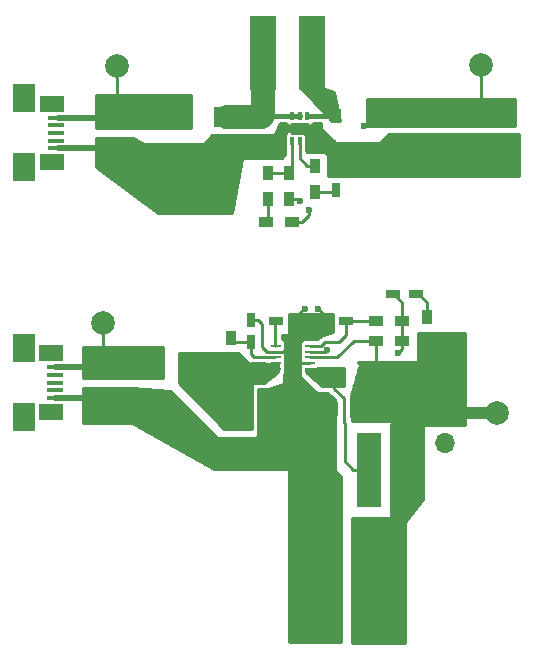
<source format=gbr>
G04 #@! TF.FileFunction,Copper,L1,Top,Signal*
%FSLAX46Y46*%
G04 Gerber Fmt 4.6, Leading zero omitted, Abs format (unit mm)*
G04 Created by KiCad (PCBNEW 4.0.4-stable) date 07/27/17 22:09:25*
%MOMM*%
%LPD*%
G01*
G04 APERTURE LIST*
%ADD10C,0.100000*%
%ADD11R,1.200000X0.750000*%
%ADD12R,1.500000X1.250000*%
%ADD13R,1.250000X1.500000*%
%ADD14R,0.750000X1.200000*%
%ADD15R,1.700000X2.000000*%
%ADD16R,2.000000X1.600000*%
%ADD17R,0.900000X1.200000*%
%ADD18R,2.200000X6.300000*%
%ADD19R,2.150000X6.300000*%
%ADD20R,1.200000X0.900000*%
%ADD21R,1.300000X1.400000*%
%ADD22C,2.000000*%
%ADD23R,2.000000X1.700000*%
%ADD24R,1.700000X1.700000*%
%ADD25O,1.700000X1.700000*%
%ADD26R,1.380000X0.450000*%
%ADD27R,2.100000X1.475000*%
%ADD28R,1.900000X2.375000*%
%ADD29R,0.300000X0.700000*%
%ADD30R,1.600200X1.016000*%
%ADD31R,0.850000X0.280000*%
%ADD32R,1.600000X2.500000*%
%ADD33C,0.508000*%
%ADD34C,0.600000*%
%ADD35C,0.400000*%
%ADD36C,0.250000*%
%ADD37C,0.550000*%
%ADD38C,0.400000*%
%ADD39C,2.000000*%
%ADD40C,1.000000*%
%ADD41C,0.254000*%
G04 APERTURE END LIST*
D10*
D11*
X104968000Y-102171500D03*
X106868000Y-102171500D03*
D12*
X101937500Y-110299500D03*
X104437500Y-110299500D03*
D11*
X102174000Y-108394500D03*
X104074000Y-108394500D03*
D13*
X103759000Y-84836000D03*
X103759000Y-87336000D03*
D14*
X102806500Y-103947000D03*
X102806500Y-102047000D03*
X109982000Y-91056500D03*
X109982000Y-89156500D03*
D11*
X110868500Y-102171500D03*
X108968500Y-102171500D03*
X114874000Y-99822000D03*
X116774000Y-99822000D03*
D15*
X115951000Y-84804500D03*
X115951000Y-88804500D03*
X118808500Y-84804500D03*
X118808500Y-88804500D03*
D12*
X111930500Y-109601000D03*
X109430500Y-109601000D03*
D16*
X112744000Y-120269000D03*
X108744000Y-120269000D03*
X112744000Y-122872500D03*
X108744000Y-122872500D03*
X112744000Y-125539500D03*
X108744000Y-125539500D03*
X112775500Y-128143000D03*
X108775500Y-128143000D03*
D17*
X113346500Y-84772500D03*
X110046500Y-84772500D03*
D18*
X108022500Y-79438500D03*
X103822500Y-79438500D03*
D19*
X112811200Y-114782600D03*
X108661200Y-114782600D03*
D17*
X101092000Y-103611500D03*
X101092000Y-105811500D03*
X108267500Y-89006500D03*
X108267500Y-91206500D03*
D20*
X115590500Y-102108000D03*
X113390500Y-102108000D03*
D17*
X104267000Y-89578000D03*
X104267000Y-91778000D03*
X106045000Y-91778000D03*
X106045000Y-89578000D03*
D20*
X113390500Y-103822500D03*
X115590500Y-103822500D03*
X106319500Y-93726000D03*
X104119500Y-93726000D03*
D17*
X117729000Y-104033500D03*
X117729000Y-101833500D03*
D21*
X109855000Y-106934000D03*
X112755000Y-106934000D03*
D22*
X95313500Y-90297000D03*
X91440000Y-80581500D03*
X122301000Y-80454500D03*
X123634500Y-109918500D03*
D23*
X98139000Y-105918000D03*
X94139000Y-105918000D03*
X100742500Y-84836000D03*
X96742500Y-84836000D03*
D24*
X91376500Y-87376000D03*
D25*
X91376500Y-84836000D03*
D24*
X123253500Y-84772500D03*
D25*
X123253500Y-87312500D03*
D24*
X119253000Y-109918500D03*
D25*
X119253000Y-112458500D03*
D26*
X86292500Y-87524900D03*
X86292500Y-86874900D03*
X86292500Y-86224900D03*
X86292500Y-85574900D03*
X86292500Y-84924900D03*
D27*
X85936900Y-88696800D03*
X85936900Y-83743800D03*
D28*
X83629500Y-83286600D03*
X83629500Y-89141300D03*
D26*
X86258400Y-108670400D03*
X86258400Y-108020400D03*
X86258400Y-107370400D03*
X86258400Y-106720400D03*
X86258400Y-106070400D03*
D27*
X85902800Y-109842300D03*
X85902800Y-104889300D03*
D28*
X83595400Y-104432100D03*
X83595400Y-110286800D03*
D24*
X90360500Y-108585000D03*
D25*
X90360500Y-106045000D03*
D22*
X90297000Y-102298500D03*
D29*
X106284001Y-86931500D03*
X106934000Y-86931500D03*
X107583999Y-86931500D03*
X107583999Y-84831500D03*
X106934000Y-84831500D03*
X106284001Y-84831500D03*
D30*
X106934000Y-85881500D03*
D31*
X104902000Y-104232199D03*
X104902000Y-104732201D03*
X104902000Y-105232200D03*
X104902000Y-105732199D03*
X104902000Y-106232201D03*
X107852002Y-106232201D03*
X107852002Y-105732199D03*
X107852002Y-105232200D03*
X107852002Y-104732201D03*
X107852002Y-104232199D03*
D32*
X106351601Y-105257600D03*
D33*
X106351601Y-104470200D03*
X106351601Y-106045000D03*
D34*
X108514000Y-101092000D03*
X107378500Y-101155500D03*
D35*
X107188000Y-85661500D03*
X106489500Y-85661500D03*
D34*
X105029000Y-87731000D03*
X106934000Y-91967000D03*
X109283500Y-104584500D03*
X115274500Y-104838500D03*
X112395000Y-85598000D03*
X107696000Y-92710000D03*
D36*
X104849399Y-104232199D02*
X104849399Y-102290101D01*
X104849399Y-102290101D02*
X104968000Y-102171500D01*
X108968500Y-102171500D02*
X108968500Y-101546500D01*
X108968500Y-101546500D02*
X108514000Y-101092000D01*
X107259000Y-101155500D02*
X107378500Y-101155500D01*
X106868000Y-102171500D02*
X106868000Y-101546500D01*
X106868000Y-101546500D02*
X107259000Y-101155500D01*
X107799401Y-105732199D02*
X106773599Y-105732199D01*
X106773599Y-105732199D02*
X106299000Y-105257600D01*
X104849399Y-104732201D02*
X106036999Y-104732201D01*
X106036999Y-104732201D02*
X106299000Y-104470200D01*
X106299000Y-104470200D02*
X106299000Y-102740500D01*
X106299000Y-102740500D02*
X106868000Y-102171500D01*
D37*
X86258400Y-108670400D02*
X88858400Y-108670400D01*
D36*
X104849399Y-104732201D02*
X104174399Y-104732201D01*
X104174399Y-104732201D02*
X103759000Y-104316802D01*
X103759000Y-104316802D02*
X103759000Y-102374500D01*
X103759000Y-102374500D02*
X103431500Y-102047000D01*
X103431500Y-102047000D02*
X102806500Y-102047000D01*
X103759000Y-87336000D02*
X104634000Y-87336000D01*
X104634000Y-87336000D02*
X105029000Y-87731000D01*
X106045000Y-91778000D02*
X106745000Y-91778000D01*
X106745000Y-91778000D02*
X106934000Y-91967000D01*
D37*
X86448900Y-87524900D02*
X91227600Y-87524900D01*
D36*
X91227600Y-87524900D02*
X91376500Y-87376000D01*
X101171301Y-105732199D02*
X101092000Y-105811500D01*
D38*
X106934000Y-84768000D02*
X106284001Y-84768000D01*
X106284001Y-84768000D02*
X103827000Y-84768000D01*
D36*
X103827000Y-84768000D02*
X103759000Y-84836000D01*
D39*
X103759000Y-84836000D02*
X100742500Y-84836000D01*
X103822500Y-79438500D02*
X103822500Y-84772500D01*
D36*
X103822500Y-84772500D02*
X103759000Y-84836000D01*
X102806500Y-103947000D02*
X101427500Y-103947000D01*
X101427500Y-103947000D02*
X101092000Y-103611500D01*
X103086711Y-105182211D02*
X102806500Y-104902000D01*
X102806500Y-104902000D02*
X102806500Y-103947000D01*
X104849399Y-105232200D02*
X104174399Y-105232200D01*
X104174399Y-105232200D02*
X104124410Y-105182211D01*
X104124410Y-105182211D02*
X103086711Y-105182211D01*
X108267500Y-91206500D02*
X109832000Y-91206500D01*
X109832000Y-91206500D02*
X109982000Y-91056500D01*
X109056998Y-103886000D02*
X110299500Y-103886000D01*
X110299500Y-103886000D02*
X110868500Y-103317000D01*
X107799401Y-104232199D02*
X108710799Y-104232199D01*
X108710799Y-104232199D02*
X109056998Y-103886000D01*
X110868500Y-102171500D02*
X113327000Y-102171500D01*
X113327000Y-102171500D02*
X113390500Y-102108000D01*
X110868500Y-103317000D02*
X110868500Y-102171500D01*
X109283500Y-104584500D02*
X109135799Y-104732201D01*
X109135799Y-104732201D02*
X107799401Y-104732201D01*
X115590500Y-103822500D02*
X115590500Y-104522500D01*
X115590500Y-104522500D02*
X115274500Y-104838500D01*
X115590500Y-102108000D02*
X115590500Y-100538500D01*
X115590500Y-100538500D02*
X114874000Y-99822000D01*
X115590500Y-102108000D02*
X115590500Y-103822500D01*
X117729000Y-101833500D02*
X117729000Y-100552000D01*
X117729000Y-100552000D02*
X116999000Y-99822000D01*
X116999000Y-99822000D02*
X116774000Y-99822000D01*
X122301000Y-80454500D02*
X122301000Y-83820000D01*
X122301000Y-83820000D02*
X123253500Y-84772500D01*
X112395000Y-85598000D02*
X112521000Y-85598000D01*
X112521000Y-85598000D02*
X113346500Y-84772500D01*
X107696000Y-93199500D02*
X107696000Y-92710000D01*
X106319500Y-93726000D02*
X107169500Y-93726000D01*
X107169500Y-93726000D02*
X107696000Y-93199500D01*
D40*
X119253000Y-109918500D02*
X123634500Y-109918500D01*
X112755000Y-106934000D02*
X117368500Y-106934000D01*
X117368500Y-106934000D02*
X119253000Y-108818500D01*
X119253000Y-108818500D02*
X119253000Y-109918500D01*
D36*
X113390500Y-103822500D02*
X113390500Y-106298500D01*
X113390500Y-106298500D02*
X112755000Y-106934000D01*
X111506000Y-103822500D02*
X110096300Y-105232200D01*
X110096300Y-105232200D02*
X107799401Y-105232200D01*
X113390500Y-103822500D02*
X111506000Y-103822500D01*
X108022500Y-79438500D02*
X108022500Y-81488500D01*
X108022500Y-81488500D02*
X110046500Y-83512500D01*
X110046500Y-83512500D02*
X110046500Y-83922500D01*
X110046500Y-83922500D02*
X110046500Y-84772500D01*
D38*
X107583999Y-84768000D02*
X110042000Y-84768000D01*
D36*
X110042000Y-84768000D02*
X110046500Y-84772500D01*
X110680500Y-110744000D02*
X110680500Y-108709500D01*
X110680500Y-108709500D02*
X109855000Y-107884000D01*
X109855000Y-107884000D02*
X109855000Y-106934000D01*
X110744000Y-110807500D02*
X110680500Y-110744000D01*
X110744000Y-114040400D02*
X110744000Y-110807500D01*
X112811200Y-114782600D02*
X111486200Y-114782600D01*
X111486200Y-114782600D02*
X110744000Y-114040400D01*
X106934000Y-88373000D02*
X106934000Y-86868000D01*
X108267500Y-89006500D02*
X107567500Y-89006500D01*
X107567500Y-89006500D02*
X106934000Y-88373000D01*
X106045000Y-89578000D02*
X104267000Y-89578000D01*
X106284001Y-86868000D02*
X106284001Y-89338999D01*
X106284001Y-89338999D02*
X106045000Y-89578000D01*
X104267000Y-91778000D02*
X104267000Y-93578500D01*
X104267000Y-93578500D02*
X104119500Y-93726000D01*
X91440000Y-80581500D02*
X91440000Y-84772500D01*
X91440000Y-84772500D02*
X91376500Y-84836000D01*
D37*
X86448900Y-84924900D02*
X91287600Y-84924900D01*
D36*
X91287600Y-84924900D02*
X91376500Y-84836000D01*
D37*
X90360500Y-106045000D02*
X94012000Y-106045000D01*
D36*
X94012000Y-106045000D02*
X94139000Y-105918000D01*
X90297000Y-102298500D02*
X90297000Y-105981500D01*
X90297000Y-105981500D02*
X90360500Y-106045000D01*
D37*
X86258400Y-106070400D02*
X90335100Y-106070400D01*
D36*
X90335100Y-106070400D02*
X90360500Y-106045000D01*
D41*
X89662000Y-82994500D02*
X97726500Y-82994500D01*
X89662000Y-83197700D02*
X97726500Y-83197700D01*
X89662000Y-83400900D02*
X97726500Y-83400900D01*
X89662000Y-83604100D02*
X97726500Y-83604100D01*
X89662000Y-83807300D02*
X97726500Y-83807300D01*
X89662000Y-84010500D02*
X97726500Y-84010500D01*
X89662000Y-84213700D02*
X97726500Y-84213700D01*
X89662000Y-84416900D02*
X97726500Y-84416900D01*
X89662000Y-84620100D02*
X97726500Y-84620100D01*
X89662000Y-84823300D02*
X97726500Y-84823300D01*
X89662000Y-85026500D02*
X97726500Y-85026500D01*
X89662000Y-85229700D02*
X97726500Y-85229700D01*
X89662000Y-85432900D02*
X97726500Y-85432900D01*
X89662000Y-85636100D02*
X97726500Y-85636100D01*
X97726500Y-85788500D02*
X89662000Y-85788500D01*
X89662000Y-82994500D01*
X97726500Y-82994500D01*
X97726500Y-85788500D01*
X106997500Y-81837203D02*
X106997500Y-81837203D01*
X106997500Y-82040403D02*
X107607099Y-82040403D01*
X106997500Y-82243603D02*
X108216699Y-82243603D01*
X107066598Y-82446803D02*
X108826299Y-82446803D01*
X107256546Y-82650003D02*
X109435899Y-82650003D01*
X107446494Y-82853203D02*
X109826374Y-82853203D01*
X107636441Y-83056403D02*
X109869917Y-83056403D01*
X107826389Y-83259603D02*
X109913460Y-83259603D01*
X108016337Y-83462803D02*
X109957003Y-83462803D01*
X108206285Y-83666003D02*
X110000546Y-83666003D01*
X108396233Y-83869203D02*
X110044089Y-83869203D01*
X108586181Y-84072403D02*
X110087632Y-84072403D01*
X108776129Y-84275603D02*
X110131174Y-84275603D01*
X108966077Y-84478803D02*
X110174717Y-84478803D01*
X109156024Y-84682003D02*
X110218260Y-84682003D01*
X109345972Y-84885203D02*
X110261803Y-84885203D01*
X109535920Y-85088403D02*
X110305346Y-85088403D01*
X109809519Y-82774543D02*
X110332903Y-85217000D01*
X109656130Y-85217000D01*
X106997500Y-82372885D01*
X106997500Y-81837203D01*
X109809519Y-82774543D01*
X112649000Y-83312000D02*
X125158500Y-83312000D01*
X112649000Y-83515200D02*
X125158500Y-83515200D01*
X112649000Y-83718400D02*
X125158500Y-83718400D01*
X112649000Y-83921600D02*
X125158500Y-83921600D01*
X112649000Y-84124800D02*
X125158500Y-84124800D01*
X112649000Y-84328000D02*
X125158500Y-84328000D01*
X112649000Y-84531200D02*
X125158500Y-84531200D01*
X112649000Y-84734400D02*
X125158500Y-84734400D01*
X112649000Y-84937600D02*
X125158500Y-84937600D01*
X112649000Y-85140800D02*
X125158500Y-85140800D01*
X112649000Y-85344000D02*
X125158500Y-85344000D01*
X112649000Y-85547200D02*
X125158500Y-85547200D01*
X125158500Y-85661500D02*
X112649000Y-85661500D01*
X112649000Y-83312000D01*
X125158500Y-83312000D01*
X125158500Y-85661500D01*
X88582500Y-104330500D02*
X95377000Y-104330500D01*
X88582500Y-104533700D02*
X95377000Y-104533700D01*
X88582500Y-104736900D02*
X95377000Y-104736900D01*
X88582500Y-104940100D02*
X95377000Y-104940100D01*
X88582500Y-105143300D02*
X95377000Y-105143300D01*
X88582500Y-105346500D02*
X95377000Y-105346500D01*
X88582500Y-105549700D02*
X95377000Y-105549700D01*
X88582500Y-105752900D02*
X95377000Y-105752900D01*
X88582500Y-105956100D02*
X95377000Y-105956100D01*
X88582500Y-106159300D02*
X95377000Y-106159300D01*
X88582500Y-106362500D02*
X95377000Y-106362500D01*
X88582500Y-106565700D02*
X95377000Y-106565700D01*
X88582500Y-106768900D02*
X95377000Y-106768900D01*
X88582500Y-106972100D02*
X95377000Y-106972100D01*
X95377000Y-106997500D02*
X88582500Y-106997500D01*
X88582500Y-104330500D01*
X95377000Y-104330500D01*
X95377000Y-106997500D01*
X96710500Y-104838500D02*
X101737894Y-104838500D01*
X96710500Y-105041700D02*
X101941094Y-105041700D01*
X96710500Y-105244900D02*
X102144294Y-105244900D01*
X96710500Y-105448100D02*
X102347494Y-105448100D01*
X96710500Y-105651300D02*
X102550694Y-105651300D01*
X96710500Y-105854500D02*
X105116236Y-105854500D01*
X96710500Y-106057700D02*
X105116236Y-106057700D01*
X96710500Y-106260900D02*
X105116236Y-106260900D01*
X96710500Y-106464100D02*
X105116236Y-106464100D01*
X96710500Y-106667300D02*
X104886103Y-106667300D01*
X96710500Y-106870500D02*
X104606703Y-106870500D01*
X96710500Y-107073700D02*
X104327303Y-107073700D01*
X96710500Y-107276900D02*
X104047903Y-107276900D01*
X96801206Y-107480100D02*
X102874780Y-107480100D01*
X97004406Y-107683300D02*
X102870000Y-107683300D01*
X97207606Y-107886500D02*
X102870000Y-107886500D01*
X97410806Y-108089700D02*
X102870000Y-108089700D01*
X97614006Y-108292900D02*
X102870000Y-108292900D01*
X97817206Y-108496100D02*
X102870000Y-108496100D01*
X98020406Y-108699300D02*
X102870000Y-108699300D01*
X98223606Y-108902500D02*
X102870000Y-108902500D01*
X98426806Y-109105700D02*
X102870000Y-109105700D01*
X98630006Y-109308900D02*
X102870000Y-109308900D01*
X98833206Y-109512100D02*
X102870000Y-109512100D01*
X99036406Y-109715300D02*
X102870000Y-109715300D01*
X99239606Y-109918500D02*
X102870000Y-109918500D01*
X99442806Y-110121700D02*
X102870000Y-110121700D01*
X99646006Y-110324900D02*
X102870000Y-110324900D01*
X99849206Y-110528100D02*
X102870000Y-110528100D01*
X100052406Y-110731300D02*
X102870000Y-110731300D01*
X100255606Y-110934500D02*
X102870000Y-110934500D01*
X100458806Y-111137700D02*
X102870000Y-111137700D01*
X102653197Y-105753803D02*
X102695211Y-105781666D01*
X102744754Y-105790988D01*
X102794022Y-105780300D01*
X102835249Y-105751287D01*
X102861941Y-105708520D01*
X102865601Y-105685600D01*
X102875469Y-105692193D01*
X103086711Y-105734211D01*
X103951228Y-105734211D01*
X103963157Y-105742182D01*
X104174399Y-105784200D01*
X104361622Y-105784200D01*
X104477000Y-105807565D01*
X105116236Y-105807565D01*
X105116236Y-106499930D01*
X103908202Y-107378500D01*
X102997000Y-107378500D01*
X102947590Y-107388506D01*
X102905965Y-107416947D01*
X102878685Y-107459341D01*
X102870000Y-107505500D01*
X102870000Y-111252000D01*
X100573106Y-111252000D01*
X96710500Y-107389394D01*
X96710500Y-104838500D01*
X101737894Y-104838500D01*
X102653197Y-105753803D01*
X108511312Y-106108500D02*
X110680500Y-106108500D01*
X107485007Y-106311700D02*
X110680500Y-106311700D01*
X107545961Y-106514900D02*
X110680500Y-106514900D01*
X107778189Y-106718100D02*
X110680500Y-106718100D01*
X108010418Y-106921300D02*
X110680500Y-106921300D01*
X108242647Y-107124500D02*
X110680500Y-107124500D01*
X108474875Y-107327700D02*
X110680500Y-107327700D01*
X108707104Y-107530900D02*
X110680500Y-107530900D01*
X110680500Y-107632500D02*
X108823218Y-107632500D01*
X107485007Y-106461566D01*
X107485007Y-106205605D01*
X108277002Y-106205605D01*
X108398181Y-106182804D01*
X108509476Y-106111187D01*
X108511312Y-106108500D01*
X110680500Y-106108500D01*
X110680500Y-107632500D01*
X116967000Y-103187500D02*
X120967500Y-103187500D01*
X116967000Y-103390700D02*
X120967500Y-103390700D01*
X116967000Y-103593900D02*
X120967500Y-103593900D01*
X116967000Y-103797100D02*
X120967500Y-103797100D01*
X116967000Y-104000300D02*
X120967500Y-104000300D01*
X116967000Y-104203500D02*
X120967500Y-104203500D01*
X116967000Y-104406700D02*
X120967500Y-104406700D01*
X116967000Y-104609900D02*
X120967500Y-104609900D01*
X116967000Y-104813100D02*
X120967500Y-104813100D01*
X116967000Y-105016300D02*
X120967500Y-105016300D01*
X116967000Y-105219500D02*
X120967500Y-105219500D01*
X116967000Y-105422700D02*
X120967500Y-105422700D01*
X111914690Y-105625900D02*
X120967500Y-105625900D01*
X112009936Y-105829100D02*
X120967500Y-105829100D01*
X111967289Y-106032300D02*
X120967500Y-106032300D01*
X111907815Y-106235500D02*
X120967500Y-106235500D01*
X111848342Y-106438700D02*
X120967500Y-106438700D01*
X111788869Y-106641900D02*
X120967500Y-106641900D01*
X111729396Y-106845100D02*
X120967500Y-106845100D01*
X111669923Y-107048300D02*
X120967500Y-107048300D01*
X111610450Y-107251500D02*
X120967500Y-107251500D01*
X111550977Y-107454700D02*
X120967500Y-107454700D01*
X111491503Y-107657900D02*
X120967500Y-107657900D01*
X111432030Y-107861100D02*
X120967500Y-107861100D01*
X111372557Y-108064300D02*
X120967500Y-108064300D01*
X111313084Y-108267500D02*
X120967500Y-108267500D01*
X111253611Y-108470700D02*
X120967500Y-108470700D01*
X111252000Y-108673900D02*
X120967500Y-108673900D01*
X111252000Y-108877100D02*
X120967500Y-108877100D01*
X111252000Y-109080300D02*
X120967500Y-109080300D01*
X111252000Y-109283500D02*
X120967500Y-109283500D01*
X111252000Y-109486700D02*
X120967500Y-109486700D01*
X111252000Y-109689900D02*
X120967500Y-109689900D01*
X111252000Y-109893100D02*
X120967500Y-109893100D01*
X111272802Y-110096300D02*
X120967500Y-110096300D01*
X111306669Y-110299500D02*
X120967500Y-110299500D01*
X111340536Y-110502700D02*
X120967500Y-110502700D01*
X116908659Y-110705900D02*
X120967500Y-110705900D01*
X117071219Y-110909100D02*
X120967500Y-110909100D01*
X120967500Y-110934500D02*
X117091539Y-110934500D01*
X116875670Y-110664664D01*
X116836991Y-110632331D01*
X116776500Y-110617000D01*
X111359585Y-110617000D01*
X111252000Y-109971489D01*
X111252000Y-108476205D01*
X112008887Y-105890174D01*
X112013163Y-105839943D01*
X112000592Y-105797704D01*
X111901990Y-105600500D01*
X116840000Y-105600500D01*
X116889410Y-105590494D01*
X116931035Y-105562053D01*
X116958315Y-105519659D01*
X116967000Y-105473500D01*
X116967000Y-103187500D01*
X120967500Y-103187500D01*
X120967500Y-110934500D01*
X115041381Y-110499725D02*
X115041381Y-110499725D01*
X114838181Y-110702925D02*
X116173494Y-110702925D01*
X114681000Y-110906125D02*
X117305607Y-110906125D01*
X114681000Y-111109325D02*
X117348000Y-111109325D01*
X114681000Y-111312525D02*
X117348000Y-111312525D01*
X114681000Y-111515725D02*
X117348000Y-111515725D01*
X114681000Y-111718925D02*
X117348000Y-111718925D01*
X114681000Y-111922125D02*
X117348000Y-111922125D01*
X114681000Y-112125325D02*
X117348000Y-112125325D01*
X114681000Y-112328525D02*
X117348000Y-112328525D01*
X114681000Y-112531725D02*
X117348000Y-112531725D01*
X114681000Y-112734925D02*
X117348000Y-112734925D01*
X114681000Y-112938125D02*
X117348000Y-112938125D01*
X114681000Y-113141325D02*
X117348000Y-113141325D01*
X114681000Y-113344525D02*
X117348000Y-113344525D01*
X114681000Y-113547725D02*
X117348000Y-113547725D01*
X114681000Y-113750925D02*
X117348000Y-113750925D01*
X114681000Y-113954125D02*
X117348000Y-113954125D01*
X114681000Y-114157325D02*
X117348000Y-114157325D01*
X114681000Y-114360525D02*
X117348000Y-114360525D01*
X114681000Y-114563725D02*
X117348000Y-114563725D01*
X114681000Y-114766925D02*
X117348000Y-114766925D01*
X114681000Y-114970125D02*
X117348000Y-114970125D01*
X114681000Y-115173325D02*
X117348000Y-115173325D01*
X114681000Y-115376525D02*
X117348000Y-115376525D01*
X114681000Y-115579725D02*
X117348000Y-115579725D01*
X114681000Y-115782925D02*
X117348000Y-115782925D01*
X114681000Y-115986125D02*
X117348000Y-115986125D01*
X114681000Y-116189325D02*
X117348000Y-116189325D01*
X114681000Y-116392525D02*
X117348000Y-116392525D01*
X114681000Y-116595725D02*
X117348000Y-116595725D01*
X114681000Y-116798925D02*
X117348000Y-116798925D01*
X114681000Y-117002125D02*
X117348000Y-117002125D01*
X114681000Y-117205325D02*
X117348000Y-117205325D01*
X114681000Y-117408525D02*
X117219886Y-117408525D01*
X114681000Y-117611725D02*
X117064099Y-117611725D01*
X114681000Y-117814925D02*
X116908312Y-117814925D01*
X114681000Y-118018125D02*
X116752526Y-118018125D01*
X114681000Y-118221325D02*
X116596739Y-118221325D01*
X114681000Y-118424525D02*
X116440952Y-118424525D01*
X114681000Y-118627725D02*
X116285166Y-118627725D01*
X111379000Y-118830925D02*
X116129379Y-118830925D01*
X111379000Y-119034125D02*
X115973592Y-119034125D01*
X111379000Y-119237325D02*
X115887500Y-119237325D01*
X111379000Y-119440525D02*
X115887500Y-119440525D01*
X111379000Y-119643725D02*
X115887500Y-119643725D01*
X111379000Y-119846925D02*
X115887500Y-119846925D01*
X111379000Y-120050125D02*
X115887500Y-120050125D01*
X111379000Y-120253325D02*
X115887500Y-120253325D01*
X111379000Y-120456525D02*
X115887500Y-120456525D01*
X111379000Y-120659725D02*
X115887500Y-120659725D01*
X111379000Y-120862925D02*
X115887500Y-120862925D01*
X111379000Y-121066125D02*
X115887500Y-121066125D01*
X111379000Y-121269325D02*
X115887500Y-121269325D01*
X111379000Y-121472525D02*
X115887500Y-121472525D01*
X111379000Y-121675725D02*
X115887500Y-121675725D01*
X111379000Y-121878925D02*
X115887500Y-121878925D01*
X111379000Y-122082125D02*
X115887500Y-122082125D01*
X111379000Y-122285325D02*
X115887500Y-122285325D01*
X111379000Y-122488525D02*
X115887500Y-122488525D01*
X111379000Y-122691725D02*
X115887500Y-122691725D01*
X111379000Y-122894925D02*
X115887500Y-122894925D01*
X111379000Y-123098125D02*
X115887500Y-123098125D01*
X111379000Y-123301325D02*
X115887500Y-123301325D01*
X111379000Y-123504525D02*
X115887500Y-123504525D01*
X111379000Y-123707725D02*
X115887500Y-123707725D01*
X111379000Y-123910925D02*
X115887500Y-123910925D01*
X111379000Y-124114125D02*
X115887500Y-124114125D01*
X111379000Y-124317325D02*
X115887500Y-124317325D01*
X111379000Y-124520525D02*
X115887500Y-124520525D01*
X111379000Y-124723725D02*
X115887500Y-124723725D01*
X111379000Y-124926925D02*
X115887500Y-124926925D01*
X111379000Y-125130125D02*
X115887500Y-125130125D01*
X111379000Y-125333325D02*
X115887500Y-125333325D01*
X111379000Y-125536525D02*
X115887500Y-125536525D01*
X111379000Y-125739725D02*
X115887500Y-125739725D01*
X111379000Y-125942925D02*
X115887500Y-125942925D01*
X111379000Y-126146125D02*
X115887500Y-126146125D01*
X111379000Y-126349325D02*
X115887500Y-126349325D01*
X111379000Y-126552525D02*
X115887500Y-126552525D01*
X111379000Y-126755725D02*
X115887500Y-126755725D01*
X111379000Y-126958925D02*
X115887500Y-126958925D01*
X111379000Y-127162125D02*
X115887500Y-127162125D01*
X111379000Y-127365325D02*
X115887500Y-127365325D01*
X111379000Y-127568525D02*
X115887500Y-127568525D01*
X111379000Y-127771725D02*
X115887500Y-127771725D01*
X111379000Y-127974925D02*
X115887500Y-127974925D01*
X111379000Y-128178125D02*
X115887500Y-128178125D01*
X111379000Y-128381325D02*
X115887500Y-128381325D01*
X111379000Y-128584525D02*
X115887500Y-128584525D01*
X111379000Y-128787725D02*
X115887500Y-128787725D01*
X111379000Y-128990925D02*
X115887500Y-128990925D01*
X111379000Y-129194125D02*
X115887500Y-129194125D01*
X117348000Y-110913734D02*
X117348000Y-117241419D01*
X115913712Y-119112229D01*
X115891590Y-119157529D01*
X115887500Y-119189500D01*
X115887500Y-129392000D01*
X111379000Y-129392000D01*
X111379000Y-118808500D01*
X114554000Y-118808500D01*
X114603410Y-118798494D01*
X114645035Y-118770053D01*
X114672315Y-118727659D01*
X114681000Y-118681500D01*
X114681000Y-110860106D01*
X115041381Y-110499725D01*
X117348000Y-110913734D01*
G36*
X109728000Y-103040257D02*
X109030129Y-103339344D01*
X108845757Y-103376018D01*
X108754464Y-103437018D01*
X108695502Y-103476416D01*
X108601333Y-103514083D01*
X108559173Y-103541724D01*
X108531089Y-103583590D01*
X108521500Y-103632000D01*
X108521500Y-103640852D01*
X108482153Y-103680199D01*
X108392380Y-103680199D01*
X108277002Y-103656834D01*
X107427002Y-103656834D01*
X107268765Y-103686608D01*
X107123435Y-103780126D01*
X107025938Y-103922818D01*
X107008811Y-104007394D01*
X106997500Y-104044750D01*
X106997500Y-104063247D01*
X106991637Y-104092199D01*
X106991637Y-104372199D01*
X106997500Y-104403359D01*
X106997500Y-104563249D01*
X106991637Y-104592201D01*
X106991637Y-104872201D01*
X106997500Y-104903360D01*
X106997500Y-105063248D01*
X106991637Y-105092200D01*
X106991637Y-105372200D01*
X106997500Y-105403360D01*
X106997500Y-106063249D01*
X106991637Y-106092201D01*
X106991637Y-106372201D01*
X106997500Y-106403361D01*
X106997500Y-106870500D01*
X107007506Y-106919910D01*
X107039071Y-106964472D01*
X108436071Y-108234472D01*
X108479362Y-108260306D01*
X108521500Y-108267500D01*
X109241167Y-108267500D01*
X109918500Y-108775500D01*
X109918500Y-114681000D01*
X109928506Y-114730410D01*
X109946330Y-114760336D01*
X110426500Y-115360549D01*
X110426500Y-129286000D01*
X106045000Y-129286000D01*
X106045000Y-114808000D01*
X106034994Y-114758590D01*
X106006553Y-114716965D01*
X105964159Y-114689685D01*
X105918000Y-114681000D01*
X99728064Y-114681000D01*
X92708431Y-110760124D01*
X92646500Y-110744000D01*
X88582500Y-110744000D01*
X88582500Y-107823000D01*
X92705122Y-107823000D01*
X95955417Y-108073023D01*
X99859197Y-111976803D01*
X99901211Y-112004666D01*
X99949000Y-112014000D01*
X103251000Y-112014000D01*
X103300410Y-112003994D01*
X103342035Y-111975553D01*
X103369315Y-111933159D01*
X103378000Y-111887000D01*
X103378000Y-107886500D01*
X104203500Y-107886500D01*
X104239993Y-107881144D01*
X105509993Y-107500144D01*
X105554444Y-107476362D01*
X105586141Y-107437160D01*
X105600500Y-107378500D01*
X105600500Y-106703622D01*
X105630567Y-106684274D01*
X105728064Y-106541582D01*
X105762365Y-106372201D01*
X105762365Y-106092201D01*
X105740907Y-105978160D01*
X105762365Y-105872199D01*
X105762365Y-105592199D01*
X105740907Y-105478160D01*
X105762365Y-105372200D01*
X105762365Y-105092200D01*
X105732591Y-104933963D01*
X105639073Y-104788633D01*
X105600500Y-104762277D01*
X105600500Y-104703620D01*
X105630567Y-104684272D01*
X105728064Y-104541580D01*
X105762365Y-104372199D01*
X105762365Y-104092199D01*
X105732591Y-103933962D01*
X105639073Y-103788632D01*
X105496381Y-103691135D01*
X105473500Y-103686501D01*
X105473500Y-103314500D01*
X105918000Y-103314500D01*
X105967410Y-103304494D01*
X106009035Y-103276053D01*
X106036315Y-103233659D01*
X106045000Y-103187500D01*
X106045000Y-101536500D01*
X109728000Y-101536500D01*
X109728000Y-103040257D01*
X109728000Y-103040257D01*
G37*
X109728000Y-103040257D02*
X109030129Y-103339344D01*
X108845757Y-103376018D01*
X108754464Y-103437018D01*
X108695502Y-103476416D01*
X108601333Y-103514083D01*
X108559173Y-103541724D01*
X108531089Y-103583590D01*
X108521500Y-103632000D01*
X108521500Y-103640852D01*
X108482153Y-103680199D01*
X108392380Y-103680199D01*
X108277002Y-103656834D01*
X107427002Y-103656834D01*
X107268765Y-103686608D01*
X107123435Y-103780126D01*
X107025938Y-103922818D01*
X107008811Y-104007394D01*
X106997500Y-104044750D01*
X106997500Y-104063247D01*
X106991637Y-104092199D01*
X106991637Y-104372199D01*
X106997500Y-104403359D01*
X106997500Y-104563249D01*
X106991637Y-104592201D01*
X106991637Y-104872201D01*
X106997500Y-104903360D01*
X106997500Y-105063248D01*
X106991637Y-105092200D01*
X106991637Y-105372200D01*
X106997500Y-105403360D01*
X106997500Y-106063249D01*
X106991637Y-106092201D01*
X106991637Y-106372201D01*
X106997500Y-106403361D01*
X106997500Y-106870500D01*
X107007506Y-106919910D01*
X107039071Y-106964472D01*
X108436071Y-108234472D01*
X108479362Y-108260306D01*
X108521500Y-108267500D01*
X109241167Y-108267500D01*
X109918500Y-108775500D01*
X109918500Y-114681000D01*
X109928506Y-114730410D01*
X109946330Y-114760336D01*
X110426500Y-115360549D01*
X110426500Y-129286000D01*
X106045000Y-129286000D01*
X106045000Y-114808000D01*
X106034994Y-114758590D01*
X106006553Y-114716965D01*
X105964159Y-114689685D01*
X105918000Y-114681000D01*
X99728064Y-114681000D01*
X92708431Y-110760124D01*
X92646500Y-110744000D01*
X88582500Y-110744000D01*
X88582500Y-107823000D01*
X92705122Y-107823000D01*
X95955417Y-108073023D01*
X99859197Y-111976803D01*
X99901211Y-112004666D01*
X99949000Y-112014000D01*
X103251000Y-112014000D01*
X103300410Y-112003994D01*
X103342035Y-111975553D01*
X103369315Y-111933159D01*
X103378000Y-111887000D01*
X103378000Y-107886500D01*
X104203500Y-107886500D01*
X104239993Y-107881144D01*
X105509993Y-107500144D01*
X105554444Y-107476362D01*
X105586141Y-107437160D01*
X105600500Y-107378500D01*
X105600500Y-106703622D01*
X105630567Y-106684274D01*
X105728064Y-106541582D01*
X105762365Y-106372201D01*
X105762365Y-106092201D01*
X105740907Y-105978160D01*
X105762365Y-105872199D01*
X105762365Y-105592199D01*
X105740907Y-105478160D01*
X105762365Y-105372200D01*
X105762365Y-105092200D01*
X105732591Y-104933963D01*
X105639073Y-104788633D01*
X105600500Y-104762277D01*
X105600500Y-104703620D01*
X105630567Y-104684272D01*
X105728064Y-104541580D01*
X105762365Y-104372199D01*
X105762365Y-104092199D01*
X105732591Y-103933962D01*
X105639073Y-103788632D01*
X105496381Y-103691135D01*
X105473500Y-103686501D01*
X105473500Y-103314500D01*
X105918000Y-103314500D01*
X105967410Y-103304494D01*
X106009035Y-103276053D01*
X106036315Y-103233659D01*
X106045000Y-103187500D01*
X106045000Y-101536500D01*
X109728000Y-101536500D01*
X109728000Y-103040257D01*
G36*
X105821928Y-85485067D02*
X105964620Y-85582564D01*
X106134001Y-85616865D01*
X106434001Y-85616865D01*
X106592238Y-85587091D01*
X106607176Y-85577479D01*
X106614619Y-85582564D01*
X106784000Y-85616865D01*
X107084000Y-85616865D01*
X107242237Y-85587091D01*
X107257175Y-85577479D01*
X107264618Y-85582564D01*
X107433999Y-85616865D01*
X107733999Y-85616865D01*
X107892236Y-85587091D01*
X108037566Y-85493573D01*
X108104918Y-85395000D01*
X108775500Y-85395000D01*
X108775500Y-85915500D01*
X108785506Y-85964910D01*
X108815459Y-86007981D01*
X109894959Y-87023981D01*
X109937797Y-87050559D01*
X109982000Y-87058500D01*
X113728500Y-87058500D01*
X113777910Y-87048494D01*
X113818303Y-87021303D01*
X114543106Y-86296500D01*
X125539500Y-86296500D01*
X125539500Y-89852500D01*
X109347000Y-89852500D01*
X109347000Y-88201500D01*
X109333592Y-88144704D01*
X109206592Y-87890704D01*
X109175546Y-87850985D01*
X109131493Y-87826474D01*
X109093000Y-87820500D01*
X107558106Y-87820500D01*
X107486000Y-87748394D01*
X107486000Y-87446259D01*
X107519365Y-87281500D01*
X107519365Y-86581500D01*
X107489591Y-86423263D01*
X107396073Y-86277933D01*
X107281598Y-86199716D01*
X107238092Y-86112704D01*
X107207046Y-86072985D01*
X107162993Y-86048474D01*
X107124500Y-86042500D01*
X105918000Y-86042500D01*
X105868590Y-86052506D01*
X105826965Y-86080947D01*
X105799685Y-86123341D01*
X105791000Y-86169500D01*
X105791000Y-86327141D01*
X105732937Y-86412119D01*
X105698636Y-86581500D01*
X105698636Y-87281500D01*
X105728410Y-87439737D01*
X105732001Y-87445318D01*
X105732001Y-88032851D01*
X105478587Y-88328500D01*
X102171500Y-88328500D01*
X102122090Y-88338506D01*
X102080465Y-88366947D01*
X102046773Y-88431580D01*
X101177542Y-92964000D01*
X94973896Y-92964000D01*
X89662000Y-89089440D01*
X89662000Y-86677500D01*
X92807020Y-86677500D01*
X93796204Y-87172092D01*
X93853000Y-87185500D01*
X98742500Y-87185500D01*
X98791910Y-87175494D01*
X98832303Y-87148303D01*
X99557106Y-86423500D01*
X104775000Y-86423500D01*
X104824410Y-86413494D01*
X104866035Y-86385053D01*
X104892048Y-86345783D01*
X105292378Y-85395000D01*
X105763971Y-85395000D01*
X105821928Y-85485067D01*
X105821928Y-85485067D01*
G37*
X105821928Y-85485067D02*
X105964620Y-85582564D01*
X106134001Y-85616865D01*
X106434001Y-85616865D01*
X106592238Y-85587091D01*
X106607176Y-85577479D01*
X106614619Y-85582564D01*
X106784000Y-85616865D01*
X107084000Y-85616865D01*
X107242237Y-85587091D01*
X107257175Y-85577479D01*
X107264618Y-85582564D01*
X107433999Y-85616865D01*
X107733999Y-85616865D01*
X107892236Y-85587091D01*
X108037566Y-85493573D01*
X108104918Y-85395000D01*
X108775500Y-85395000D01*
X108775500Y-85915500D01*
X108785506Y-85964910D01*
X108815459Y-86007981D01*
X109894959Y-87023981D01*
X109937797Y-87050559D01*
X109982000Y-87058500D01*
X113728500Y-87058500D01*
X113777910Y-87048494D01*
X113818303Y-87021303D01*
X114543106Y-86296500D01*
X125539500Y-86296500D01*
X125539500Y-89852500D01*
X109347000Y-89852500D01*
X109347000Y-88201500D01*
X109333592Y-88144704D01*
X109206592Y-87890704D01*
X109175546Y-87850985D01*
X109131493Y-87826474D01*
X109093000Y-87820500D01*
X107558106Y-87820500D01*
X107486000Y-87748394D01*
X107486000Y-87446259D01*
X107519365Y-87281500D01*
X107519365Y-86581500D01*
X107489591Y-86423263D01*
X107396073Y-86277933D01*
X107281598Y-86199716D01*
X107238092Y-86112704D01*
X107207046Y-86072985D01*
X107162993Y-86048474D01*
X107124500Y-86042500D01*
X105918000Y-86042500D01*
X105868590Y-86052506D01*
X105826965Y-86080947D01*
X105799685Y-86123341D01*
X105791000Y-86169500D01*
X105791000Y-86327141D01*
X105732937Y-86412119D01*
X105698636Y-86581500D01*
X105698636Y-87281500D01*
X105728410Y-87439737D01*
X105732001Y-87445318D01*
X105732001Y-88032851D01*
X105478587Y-88328500D01*
X102171500Y-88328500D01*
X102122090Y-88338506D01*
X102080465Y-88366947D01*
X102046773Y-88431580D01*
X101177542Y-92964000D01*
X94973896Y-92964000D01*
X89662000Y-89089440D01*
X89662000Y-86677500D01*
X92807020Y-86677500D01*
X93796204Y-87172092D01*
X93853000Y-87185500D01*
X98742500Y-87185500D01*
X98791910Y-87175494D01*
X98832303Y-87148303D01*
X99557106Y-86423500D01*
X104775000Y-86423500D01*
X104824410Y-86413494D01*
X104866035Y-86385053D01*
X104892048Y-86345783D01*
X105292378Y-85395000D01*
X105763971Y-85395000D01*
X105821928Y-85485067D01*
M02*

</source>
